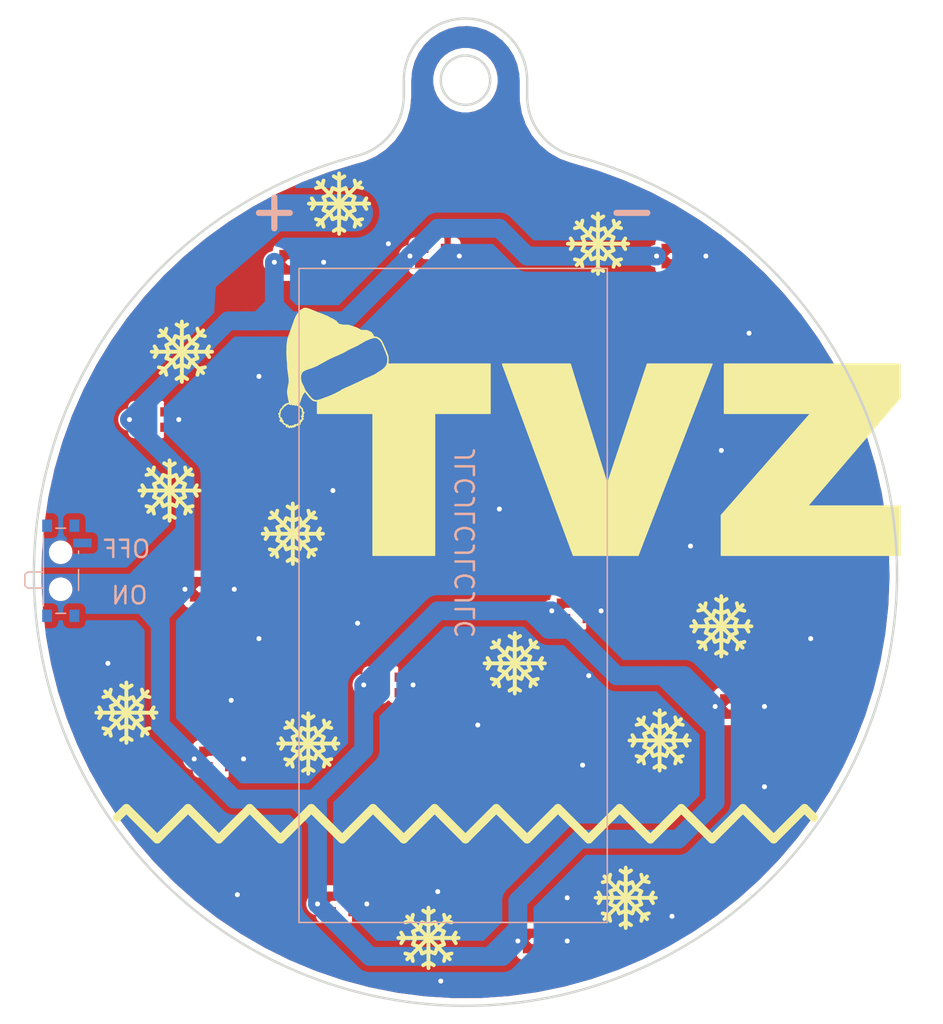
<source format=kicad_pcb>
(kicad_pcb (version 20171130) (host pcbnew "(5.1.10)-1")
  (layers (0 F.Cu signal) (31 B.Cu signal) (34 B.Paste user) (35 F.Paste user) (36 B.SilkS user) (37 F.SilkS user) (38 B.Mask user) (39 F.Mask user) (44 Edge.Cuts user))
  (net 0 "")
  (net 1 "Net-(D1-Pad1)")
  (net 2 "Net-(SW1-Pad3)")
  (net 3 VCC)
  (net 4 GND)
  (module TVZ_kuglica:ukras2 (layer F.Cu) (at 148.25 79 10)
    (fp_text reference G*** hide)
    (fp_text value LOGO hide)
  )
  (module TVZ_kuglica:kapa_1 (layer F.Cu) (at 125.25 82.5 25)
    (fp_text reference G*** hide)
    (fp_text value LOGO hide)
  )
  (module TVZ_kuglica:ukras1 (layer F.Cu) (at 114 82)
    (fp_text reference G*** hide)
    (fp_text value LOGO hide)
  )
  (module TVZ_kuglica:BAT-2xAAA-horizontalni_padovi (layer B.Cu) (at 136.5 101.75)
    (fp_text reference BT1 hide)
    (fp_text value 2xAAA)
    (pad 1 smd oval (at -10 -31 90) (size 3 6) (layers B.Cu B.Paste B.Mask) (net 3 VCC))
    (pad 2 smd oval (at 9 -31 270) (size 3 6) (layers B.Cu B.Paste B.Mask) (net 4 GND))
  )
  (module TVZ_kuglica:ukras1 (layer F.Cu) (at 150 126.25)
    (fp_text reference G*** hide)
    (fp_text value LOGO hide)
  )
  (module TVZ_kuglica:ukras1 (layer F.Cu) (at 134 129.5)
    (fp_text reference G*** hide)
    (fp_text value LOGO hide)
  )
  (module TVZ_kuglica:ukras1 (layer F.Cu) (at 147.75 73.25)
    (fp_text reference G*** hide)
    (fp_text value LOGO hide)
  )
  (module TVZ_kuglica:ukras3 (layer F.Cu) (at 137 68.75)
    (fp_text reference G*** hide)
    (fp_text value LOGO hide)
  )
  (module TVZ_kuglica:ukras1 (layer F.Cu) (at 152.75 113.5)
    (fp_text reference G*** hide)
    (fp_text value LOGO hide)
  )
  (module TVZ_kuglica:ukras1 (layer F.Cu) (at 157.75 104.25)
    (fp_text reference G*** hide)
    (fp_text value LOGO hide)
  )
  (module TVZ_kuglica:ukras1 (layer F.Cu) (at 141 107.25)
    (fp_text reference G*** hide)
    (fp_text value LOGO hide)
  )
  (module TVZ_kuglica:ukras1 (layer F.Cu) (at 124.25 113.75)
    (fp_text reference G*** hide)
    (fp_text value LOGO hide)
  )
  (module TVZ_kuglica:ukras1 (layer F.Cu) (at 109.5 111.25)
    (fp_text reference G*** hide)
    (fp_text value LOGO hide)
  )
  (module TVZ_kuglica:ukras1 (layer F.Cu) (at 123 96.75)
    (fp_text reference G*** hide)
    (fp_text value LOGO hide)
  )
  (module TVZ_kuglica:ukras1 (layer F.Cu) (at 113 93.25)
    (fp_text reference G*** hide)
    (fp_text value LOGO hide)
  )
  (module TVZ_kuglica:ukras1 (layer F.Cu) (at 126.75 70)
    (fp_text reference G*** hide)
    (fp_text value LOGO hide)
  )
  (module Button_Switch_SMD:SW_SPDT_PCM12 (layer B.Cu) (at 104.5 99.75 90)
    (fp_text reference SW1 hide)
    (fp_text value SW_SPDT)
    (pad "" np_thru_hole circle (at -1.5 -0.33 90) (size 0.9 0.9) (drill 0.9) (layers *.Cu *.Mask))
    (pad "" np_thru_hole circle (at 1.5 -0.33 90) (size 0.9 0.9) (drill 0.9) (layers *.Cu *.Mask))
    (pad 1 smd rect (at -2.25 1.43 90) (size 0.7 1.5) (layers B.Cu B.Paste B.Mask) (net 1 "Net-(D1-Pad1)"))
    (pad 2 smd rect (at 0.75 1.43 90) (size 0.7 1.5) (layers B.Cu B.Paste B.Mask) (net 3 VCC))
    (pad 3 smd rect (at 2.25 1.43 90) (size 0.7 1.5) (layers B.Cu B.Paste B.Mask) (net 2 "Net-(SW1-Pad3)"))
    (pad "" smd rect (at -3.65 -1.43 90) (size 1 0.8) (layers B.Cu B.Paste B.Mask))
    (pad "" smd rect (at 3.65 -1.43 90) (size 1 0.8) (layers B.Cu B.Paste B.Mask))
    (pad "" smd rect (at 3.65 0.78 90) (size 1 0.8) (layers B.Cu B.Paste B.Mask))
    (pad "" smd rect (at -3.65 0.78 90) (size 1 0.8) (layers B.Cu B.Paste B.Mask))
  )
  (module TVZ_kuglica:LED-0807 (layer F.Cu) (at 111.75 87.5)
    (fp_text reference D1 hide)
    (fp_text value RGB)
    (pad 1 smd rect (at -1.05 -0.625) (size 1.1 0.75) (layers F.Cu F.Paste F.Mask) (net 1 "Net-(D1-Pad1)"))
    (pad 2 smd rect (at 1.05 -0.625) (size 1.1 0.75) (layers F.Cu F.Paste F.Mask) (net 4 GND))
    (pad 1 smd rect (at -1.05 0.625) (size 1.1 0.75) (layers F.Cu F.Paste F.Mask) (net 1 "Net-(D1-Pad1)"))
    (pad 2 smd rect (at 1.05 0.625) (size 1.1 0.75) (layers F.Cu F.Paste F.Mask) (net 4 GND))
  )
  (module TVZ_kuglica:LED-0807 (layer F.Cu) (at 123.5 74.75)
    (fp_text reference D2 hide)
    (fp_text value RGB)
    (pad 2 smd rect (at 1.05 0.625) (size 1.1 0.75) (layers F.Cu F.Paste F.Mask) (net 4 GND))
    (pad 1 smd rect (at -1.05 0.625) (size 1.1 0.75) (layers F.Cu F.Paste F.Mask) (net 1 "Net-(D1-Pad1)"))
    (pad 2 smd rect (at 1.05 -0.625) (size 1.1 0.75) (layers F.Cu F.Paste F.Mask) (net 4 GND))
    (pad 1 smd rect (at -1.05 -0.625) (size 1.1 0.75) (layers F.Cu F.Paste F.Mask) (net 1 "Net-(D1-Pad1)"))
  )
  (module TVZ_kuglica:LED-0807 (layer F.Cu) (at 154.5 74.25)
    (fp_text reference D3 hide)
    (fp_text value RGB)
    (pad 1 smd rect (at -1.05 -0.625) (size 1.1 0.75) (layers F.Cu F.Paste F.Mask) (net 1 "Net-(D1-Pad1)"))
    (pad 2 smd rect (at 1.05 -0.625) (size 1.1 0.75) (layers F.Cu F.Paste F.Mask) (net 4 GND))
    (pad 1 smd rect (at -1.05 0.625) (size 1.1 0.75) (layers F.Cu F.Paste F.Mask) (net 1 "Net-(D1-Pad1)"))
    (pad 2 smd rect (at 1.05 0.625) (size 1.1 0.75) (layers F.Cu F.Paste F.Mask) (net 4 GND))
  )
  (module TVZ_kuglica:LED-0807 (layer F.Cu) (at 130.75 109)
    (fp_text reference D4 hide)
    (fp_text value RGB)
    (pad 2 smd rect (at 1.05 0.625) (size 1.1 0.75) (layers F.Cu F.Paste F.Mask) (net 4 GND))
    (pad 1 smd rect (at -1.05 0.625) (size 1.1 0.75) (layers F.Cu F.Paste F.Mask) (net 1 "Net-(D1-Pad1)"))
    (pad 2 smd rect (at 1.05 -0.625) (size 1.1 0.75) (layers F.Cu F.Paste F.Mask) (net 4 GND))
    (pad 1 smd rect (at -1.05 -0.625) (size 1.1 0.75) (layers F.Cu F.Paste F.Mask) (net 1 "Net-(D1-Pad1)"))
  )
  (module TVZ_kuglica:LED-0807 (layer F.Cu) (at 117 115)
    (fp_text reference D5 hide)
    (fp_text value RGB)
    (pad 1 smd rect (at -1.05 -0.625) (size 1.1 0.75) (layers F.Cu F.Paste F.Mask) (net 1 "Net-(D1-Pad1)"))
    (pad 2 smd rect (at 1.05 -0.625) (size 1.1 0.75) (layers F.Cu F.Paste F.Mask) (net 4 GND))
    (pad 1 smd rect (at -1.05 0.625) (size 1.1 0.75) (layers F.Cu F.Paste F.Mask) (net 1 "Net-(D1-Pad1)"))
    (pad 2 smd rect (at 1.05 0.625) (size 1.1 0.75) (layers F.Cu F.Paste F.Mask) (net 4 GND))
  )
  (module TVZ_kuglica:LED-0807 (layer F.Cu) (at 116.25 101.25)
    (fp_text reference D6 hide)
    (fp_text value RGB)
    (pad 2 smd rect (at 1.05 0.625) (size 1.1 0.75) (layers F.Cu F.Paste F.Mask) (net 4 GND))
    (pad 1 smd rect (at -1.05 0.625) (size 1.1 0.75) (layers F.Cu F.Paste F.Mask) (net 1 "Net-(D1-Pad1)"))
    (pad 2 smd rect (at 1.05 -0.625) (size 1.1 0.75) (layers F.Cu F.Paste F.Mask) (net 4 GND))
    (pad 1 smd rect (at -1.05 -0.625) (size 1.1 0.75) (layers F.Cu F.Paste F.Mask) (net 1 "Net-(D1-Pad1)"))
  )
  (module TVZ_kuglica:LED-0807 (layer F.Cu) (at 143.25 129.75)
    (fp_text reference D7 hide)
    (fp_text value RGB)
    (pad 1 smd rect (at -1.05 -0.625) (size 1.1 0.75) (layers F.Cu F.Paste F.Mask) (net 1 "Net-(D1-Pad1)"))
    (pad 2 smd rect (at 1.05 -0.625) (size 1.1 0.75) (layers F.Cu F.Paste F.Mask) (net 4 GND))
    (pad 1 smd rect (at -1.05 0.625) (size 1.1 0.75) (layers F.Cu F.Paste F.Mask) (net 1 "Net-(D1-Pad1)"))
    (pad 2 smd rect (at 1.05 0.625) (size 1.1 0.75) (layers F.Cu F.Paste F.Mask) (net 4 GND))
  )
  (module TVZ_kuglica:LED-0807 (layer F.Cu) (at 159.25 110.75)
    (fp_text reference D8 hide)
    (fp_text value RGB)
    (pad 2 smd rect (at 1.05 0.625) (size 1.1 0.75) (layers F.Cu F.Paste F.Mask) (net 4 GND))
    (pad 1 smd rect (at -1.05 0.625) (size 1.1 0.75) (layers F.Cu F.Paste F.Mask) (net 1 "Net-(D1-Pad1)"))
    (pad 2 smd rect (at 1.05 -0.625) (size 1.1 0.75) (layers F.Cu F.Paste F.Mask) (net 4 GND))
    (pad 1 smd rect (at -1.05 -0.625) (size 1.1 0.75) (layers F.Cu F.Paste F.Mask) (net 1 "Net-(D1-Pad1)"))
  )
  (module TVZ_kuglica:LED-0807 (layer F.Cu) (at 134.5 74.25)
    (fp_text reference D9 hide)
    (fp_text value RGB)
    (pad 1 smd rect (at -1.05 -0.625) (size 1.1 0.75) (layers F.Cu F.Paste F.Mask) (net 1 "Net-(D1-Pad1)"))
    (pad 2 smd rect (at 1.05 -0.625) (size 1.1 0.75) (layers F.Cu F.Paste F.Mask) (net 4 GND))
    (pad 1 smd rect (at -1.05 0.625) (size 1.1 0.75) (layers F.Cu F.Paste F.Mask) (net 1 "Net-(D1-Pad1)"))
    (pad 2 smd rect (at 1.05 0.625) (size 1.1 0.75) (layers F.Cu F.Paste F.Mask) (net 4 GND))
  )
  (module TVZ_kuglica:LED-0807 (layer F.Cu) (at 146 103)
    (fp_text reference D10 hide)
    (fp_text value RGB)
    (pad 2 smd rect (at 1.05 0.625) (size 1.1 0.75) (layers F.Cu F.Paste F.Mask) (net 4 GND))
    (pad 1 smd rect (at -1.05 0.625) (size 1.1 0.75) (layers F.Cu F.Paste F.Mask) (net 1 "Net-(D1-Pad1)"))
    (pad 2 smd rect (at 1.05 -0.625) (size 1.1 0.75) (layers F.Cu F.Paste F.Mask) (net 4 GND))
    (pad 1 smd rect (at -1.05 -0.625) (size 1.1 0.75) (layers F.Cu F.Paste F.Mask) (net 1 "Net-(D1-Pad1)"))
  )
  (module TVZ_kuglica:LED-0807 (layer F.Cu) (at 127 126.75)
    (fp_text reference D11 hide)
    (fp_text value RGB)
    (pad 1 smd rect (at -1.05 -0.625) (size 1.1 0.75) (layers F.Cu F.Paste F.Mask) (net 1 "Net-(D1-Pad1)"))
    (pad 2 smd rect (at 1.05 -0.625) (size 1.1 0.75) (layers F.Cu F.Paste F.Mask) (net 4 GND))
    (pad 1 smd rect (at -1.05 0.625) (size 1.1 0.75) (layers F.Cu F.Paste F.Mask) (net 1 "Net-(D1-Pad1)"))
    (pad 2 smd rect (at 1.05 0.625) (size 1.1 0.75) (layers F.Cu F.Paste F.Mask) (net 4 GND))
  )
  (gr_line (start 122.58 86.2) (end 122.73 86.21) (layer F.SilkS) (width 0.12))
  (gr_line (start 122.51 86.26) (end 122.58 86.2) (layer F.SilkS) (width 0.12))
  (gr_line (start 122.37 86.29) (end 122.51 86.26) (layer F.SilkS) (width 0.12))
  (gr_line (start 122.4 86.34) (end 122.37 86.29) (layer F.SilkS) (width 0.12))
  (gr_line (start 122.22 86.43) (end 122.4 86.34) (layer F.SilkS) (width 0.12))
  (gr_line (start 122.23 86.48) (end 122.22 86.43) (layer F.SilkS) (width 0.12))
  (gr_line (start 122.13 86.59) (end 122.23 86.48) (layer F.SilkS) (width 0.12))
  (gr_line (start 122.03 86.7) (end 122.13 86.59) (layer F.SilkS) (width 0.12))
  (gr_line (start 121.98 86.8) (end 122.03 86.7) (layer F.SilkS) (width 0.12))
  (gr_line (start 121.95 86.98) (end 121.98 86.8) (layer F.SilkS) (width 0.12))
  (gr_line (start 121.87 87.04) (end 121.95 86.98) (layer F.SilkS) (width 0.12))
  (gr_line (start 121.94 87.09) (end 121.87 87.04) (layer F.SilkS) (width 0.12))
  (gr_line (start 121.91 87.22) (end 121.94 87.09) (layer F.SilkS) (width 0.12))
  (gr_line (start 121.95 87.33) (end 121.91 87.22) (layer F.SilkS) (width 0.12))
  (gr_line (start 122.07 87.39) (end 121.95 87.33) (layer F.SilkS) (width 0.12))
  (gr_line (start 121.97 87.58) (end 122.07 87.39) (layer F.SilkS) (width 0.12))
  (gr_line (start 122.11 87.52) (end 121.97 87.58) (layer F.SilkS) (width 0.12))
  (gr_line (start 122.06 87.66) (end 122.11 87.52) (layer F.SilkS) (width 0.12))
  (gr_line (start 122.18 87.61) (end 122.06 87.66) (layer F.SilkS) (width 0.12))
  (gr_line (start 122.21 87.78) (end 122.18 87.61) (layer F.SilkS) (width 0.12))
  (gr_line (start 122.31 87.86) (end 122.21 87.78) (layer F.SilkS) (width 0.12))
  (gr_line (start 122.45 87.92) (end 122.31 87.86) (layer F.SilkS) (width 0.12))
  (gr_line (start 122.5 88.07) (end 122.45 87.92) (layer F.SilkS) (width 0.12))
  (gr_line (start 122.58 87.96) (end 122.5 88.07) (layer F.SilkS) (width 0.12))
  (gr_line (start 122.64 88.06) (end 122.58 87.96) (layer F.SilkS) (width 0.12))
  (gr_line (start 122.72 88.14) (end 122.64 88.06) (layer F.SilkS) (width 0.12))
  (gr_line (start 122.81 88.03) (end 122.72 88.14) (layer F.SilkS) (width 0.12))
  (gr_line (start 122.89 88.13) (end 122.81 88.03) (layer F.SilkS) (width 0.12))
  (gr_line (start 122.93 88.03) (end 122.89 88.13) (layer F.SilkS) (width 0.12))
  (gr_line (start 123.05 88.1) (end 122.93 88.03) (layer F.SilkS) (width 0.12))
  (gr_line (start 123.07 88) (end 123.05 88.1) (layer F.SilkS) (width 0.12))
  (gr_line (start 123.17 88.04) (end 123.07 88) (layer F.SilkS) (width 0.12))
  (gr_line (start 123.17 87.93) (end 123.17 88.04) (layer F.SilkS) (width 0.12))
  (gr_line (start 123.29 87.93) (end 123.17 87.93) (layer F.SilkS) (width 0.12))
  (gr_line (start 123.41 87.93) (end 123.29 87.93) (layer F.SilkS) (width 0.12))
  (gr_line (start 123.42 87.85) (end 123.41 87.93) (layer F.SilkS) (width 0.12))
  (gr_line (start 123.48 87.84) (end 123.42 87.85) (layer F.SilkS) (width 0.12))
  (gr_line (start 123.58 87.85) (end 123.48 87.84) (layer F.SilkS) (width 0.12))
  (gr_line (start 123.54 87.74) (end 123.58 87.85) (layer F.SilkS) (width 0.12))
  (gr_line (start 123.6 87.7) (end 123.54 87.74) (layer F.SilkS) (width 0.12))
  (gr_line (start 123.6 87.57) (end 123.6 87.7) (layer F.SilkS) (width 0.12))
  (gr_line (start 123.7 87.63) (end 123.6 87.57) (layer F.SilkS) (width 0.12))
  (gr_line (start 123.71 87.56) (end 123.7 87.63) (layer F.SilkS) (width 0.12))
  (gr_line (start 123.76 87.47) (end 123.71 87.56) (layer F.SilkS) (width 0.12))
  (gr_line (start 123.83 87.46) (end 123.76 87.47) (layer F.SilkS) (width 0.12))
  (gr_line (start 123.79 87.4) (end 123.83 87.46) (layer F.SilkS) (width 0.12))
  (gr_line (start 123.72 87.23) (end 123.79 87.4) (layer F.SilkS) (width 0.12))
  (gr_line (start 123.84 87.24) (end 123.72 87.23) (layer F.SilkS) (width 0.12))
  (gr_line (start 123.8 87.17) (end 123.84 87.24) (layer F.SilkS) (width 0.12))
  (gr_line (start 123.79 87.08) (end 123.8 87.17) (layer F.SilkS) (width 0.12))
  (gr_line (start 123.84 87.07) (end 123.79 87.08) (layer F.SilkS) (width 0.12))
  (gr_line (start 123.83 86.99) (end 123.84 87.07) (layer F.SilkS) (width 0.12))
  (gr_line (start 123.89 86.93) (end 123.83 86.99) (layer F.SilkS) (width 0.12))
  (gr_line (start 123.82 86.91) (end 123.89 86.93) (layer F.SilkS) (width 0.12))
  (gr_line (start 123.78 86.85) (end 123.82 86.91) (layer F.SilkS) (width 0.12))
  (gr_line (start 123.78 86.78) (end 123.78 86.85) (layer F.SilkS) (width 0.12))
  (gr_line (start 123.77 86.69) (end 123.78 86.78) (layer F.SilkS) (width 0.12))
  (gr_line (start 123.75 86.6) (end 123.77 86.69) (layer F.SilkS) (width 0.12))
  (gr_line (start 123.64 86.54) (end 123.75 86.6) (layer F.SilkS) (width 0.12))
  (gr_line (start 123.6 86.44) (end 123.64 86.54) (layer F.SilkS) (width 0.12))
  (gr_line (start 123.46 86.37) (end 123.6 86.44) (layer F.SilkS) (width 0.12))
  (gr_line (start 123.39 86.34) (end 123.46 86.37) (layer F.SilkS) (width 0.12))
  (gr_line (start 123.34 86.27) (end 123.39 86.34) (layer F.SilkS) (width 0.12))
  (gr_line (start 123.2 86.32) (end 123.34 86.27) (layer F.SilkS) (width 0.12))
  (gr_line (start 123.13 86.25) (end 123.2 86.32) (layer F.SilkS) (width 0.12))
  (gr_line (start 123 86.29) (end 123.13 86.25) (layer F.SilkS) (width 0.12))
  (gr_line (start 122.91 86.22) (end 123 86.29) (layer F.SilkS) (width 0.12))
  (gr_line (start 122.81 86.26) (end 122.91 86.22) (layer F.SilkS) (width 0.12))
  (gr_line (start 122.73 86.21) (end 122.81 86.26) (layer F.SilkS) (width 0.12))
  (gr_line (start 122.72 86.03) (end 122.73 86.21) (layer F.SilkS) (width 0.12))
  (gr_line (start 122.67 85.81) (end 122.72 86.03) (layer F.SilkS) (width 0.12))
  (gr_line (start 122.62 85.53) (end 122.67 85.81) (layer F.SilkS) (width 0.12))
  (gr_line (start 122.59 85.35) (end 122.62 85.53) (layer F.SilkS) (width 0.12))
  (gr_line (start 122.59 85.18) (end 122.59 85.35) (layer F.SilkS) (width 0.12))
  (gr_line (start 122.63 84.94) (end 122.59 85.18) (layer F.SilkS) (width 0.12))
  (gr_line (start 122.67 84.74) (end 122.63 84.94) (layer F.SilkS) (width 0.12))
  (gr_line (start 122.72 84.48) (end 122.67 84.74) (layer F.SilkS) (width 0.12))
  (gr_line (start 122.72 84.25) (end 122.72 84.48) (layer F.SilkS) (width 0.12))
  (gr_line (start 122.69 84) (end 122.72 84.25) (layer F.SilkS) (width 0.12))
  (gr_line (start 122.64 83.64) (end 122.69 84) (layer F.SilkS) (width 0.12))
  (gr_line (start 122.6 83.33) (end 122.64 83.64) (layer F.SilkS) (width 0.12))
  (gr_line (start 122.58 82.85) (end 122.6 83.33) (layer F.SilkS) (width 0.12))
  (gr_line (start 122.56 82.68) (end 122.58 82.85) (layer F.SilkS) (width 0.12))
  (gr_line (start 122.54 82.31) (end 122.56 82.68) (layer F.SilkS) (width 0.12))
  (gr_line (start 122.53 82.09) (end 122.54 82.31) (layer F.SilkS) (width 0.12))
  (gr_line (start 122.54 81.69) (end 122.53 82.09) (layer F.SilkS) (width 0.12))
  (gr_line (start 122.54 81.5) (end 122.54 81.69) (layer F.SilkS) (width 0.12))
  (gr_line (start 122.58 81.2) (end 122.54 81.5) (layer F.SilkS) (width 0.12))
  (gr_line (start 122.62 80.95) (end 122.58 81.2) (layer F.SilkS) (width 0.12))
  (gr_line (start 122.75 80.57) (end 122.62 80.95) (layer F.SilkS) (width 0.12))
  (gr_line (start 122.85 80.31) (end 122.75 80.57) (layer F.SilkS) (width 0.12))
  (gr_line (start 122.99 79.91) (end 122.85 80.31) (layer F.SilkS) (width 0.12))
  (gr_line (start 123.06 79.72) (end 122.99 79.91) (layer F.SilkS) (width 0.12))
  (gr_line (start 123.15 79.45) (end 123.06 79.72) (layer F.SilkS) (width 0.12))
  (gr_line (start 123.25 79.22) (end 123.15 79.45) (layer F.SilkS) (width 0.12))
  (gr_line (start 123.34 79.05) (end 123.25 79.22) (layer F.SilkS) (width 0.12))
  (gr_line (start 123.46 78.88) (end 123.34 79.05) (layer F.SilkS) (width 0.12))
  (gr_line (start 123.56 78.77) (end 123.46 78.88) (layer F.SilkS) (width 0.12))
  (gr_line (start 123.65 78.66) (end 123.56 78.77) (layer F.SilkS) (width 0.12))
  (gr_line (start 123.78 78.58) (end 123.65 78.66) (layer F.SilkS) (width 0.12))
  (gr_line (start 123.88 78.52) (end 123.78 78.58) (layer F.SilkS) (width 0.12))
  (gr_line (start 123.97 78.5) (end 123.88 78.52) (layer F.SilkS) (width 0.12))
  (gr_line (start 124.06 78.5) (end 123.97 78.5) (layer F.SilkS) (width 0.12))
  (gr_line (start 124.21 78.53) (end 124.06 78.5) (layer F.SilkS) (width 0.12))
  (gr_line (start 124.43 78.61) (end 124.21 78.53) (layer F.SilkS) (width 0.12))
  (gr_line (start 124.6 78.68) (end 124.43 78.61) (layer F.SilkS) (width 0.12))
  (gr_line (start 124.8 78.76) (end 124.6 78.68) (layer F.SilkS) (width 0.12))
  (gr_line (start 125 78.85) (end 124.8 78.76) (layer F.SilkS) (width 0.12))
  (gr_line (start 125.32 78.96) (end 125 78.85) (layer F.SilkS) (width 0.12))
  (gr_line (start 125.53 79.05) (end 125.32 78.96) (layer F.SilkS) (width 0.12))
  (gr_line (start 125.78 79.15) (end 125.53 79.05) (layer F.SilkS) (width 0.12))
  (gr_line (start 126.01 79.28) (end 125.78 79.15) (layer F.SilkS) (width 0.12))
  (gr_line (start 126.22 79.38) (end 126.01 79.28) (layer F.SilkS) (width 0.12))
  (gr_line (start 126.38 79.47) (end 126.22 79.38) (layer F.SilkS) (width 0.12))
  (gr_line (start 126.49 79.54) (end 126.38 79.47) (layer F.SilkS) (width 0.12))
  (gr_line (start 126.62 79.7) (end 126.49 79.54) (layer F.SilkS) (width 0.12))
  (gr_line (start 126.69 79.77) (end 126.62 79.7) (layer F.SilkS) (width 0.12))
  (gr_line (start 126.77 79.8) (end 126.69 79.77) (layer F.SilkS) (width 0.12))
  (gr_line (start 126.9 79.83) (end 126.77 79.8) (layer F.SilkS) (width 0.12))
  (gr_line (start 127.02 79.86) (end 126.9 79.83) (layer F.SilkS) (width 0.12))
  (gr_line (start 127.18 79.87) (end 127.02 79.86) (layer F.SilkS) (width 0.12))
  (gr_line (start 127.38 79.87) (end 127.18 79.87) (layer F.SilkS) (width 0.12))
  (gr_line (start 127.49 79.87) (end 127.38 79.87) (layer F.SilkS) (width 0.12))
  (gr_line (start 128.16 80.09) (end 127.49 79.87) (layer F.SilkS) (width 0.12))
  (gr_line (start 128.28 80.15) (end 128.16 80.09) (layer F.SilkS) (width 0.12))
  (gr_line (start 128.4 80.22) (end 128.28 80.15) (layer F.SilkS) (width 0.12))
  (gr_line (start 128.52 80.29) (end 128.4 80.22) (layer F.SilkS) (width 0.12))
  (gr_line (start 128.64 80.29) (end 128.52 80.29) (layer F.SilkS) (width 0.12))
  (gr_line (start 128.95 80.3) (end 128.64 80.29) (layer F.SilkS) (width 0.12))
  (gr_line (start 129.08 80.33) (end 128.95 80.3) (layer F.SilkS) (width 0.12))
  (gr_line (start 129.26 80.42) (end 129.08 80.33) (layer F.SilkS) (width 0.12))
  (gr_line (start 129.34 80.46) (end 129.26 80.42) (layer F.SilkS) (width 0.12))
  (gr_line (start 129.41 80.55) (end 129.34 80.46) (layer F.SilkS) (width 0.12))
  (gr_line (start 129.47 80.62) (end 129.41 80.55) (layer F.SilkS) (width 0.12))
  (gr_line (start 129.52 80.73) (end 129.47 80.62) (layer F.SilkS) (width 0.12))
  (gr_line (start 129.56 80.84) (end 129.52 80.73) (layer F.SilkS) (width 0.12))
  (gr_line (start 123.95 85.1) (end 124.04 85.25) (layer F.SilkS) (width 0.12))
  (gr_line (start 123.87 84.92) (end 123.95 85.1) (layer F.SilkS) (width 0.12))
  (gr_line (start 123.82 84.8) (end 123.87 84.92) (layer F.SilkS) (width 0.12))
  (gr_line (start 123.74 84.64) (end 123.82 84.8) (layer F.SilkS) (width 0.12))
  (gr_line (start 123.68 84.5) (end 123.74 84.64) (layer F.SilkS) (width 0.12))
  (gr_line (start 123.64 84.39) (end 123.68 84.5) (layer F.SilkS) (width 0.12))
  (gr_line (start 123.62 84.26) (end 123.64 84.39) (layer F.SilkS) (width 0.12))
  (gr_line (start 123.61 84.11) (end 123.62 84.26) (layer F.SilkS) (width 0.12))
  (gr_line (start 123.61 83.95) (end 123.61 84.11) (layer F.SilkS) (width 0.12))
  (gr_line (start 123.62 83.87) (end 123.61 83.95) (layer F.SilkS) (width 0.12))
  (gr_line (start 123.67 83.77) (end 123.62 83.87) (layer F.SilkS) (width 0.12))
  (gr_line (start 123.7 83.69) (end 123.67 83.77) (layer F.SilkS) (width 0.12))
  (gr_line (start 123.76 83.6) (end 123.7 83.69) (layer F.SilkS) (width 0.12))
  (gr_line (start 123.86 83.53) (end 123.76 83.6) (layer F.SilkS) (width 0.12))
  (gr_line (start 123.98 83.47) (end 123.86 83.53) (layer F.SilkS) (width 0.12))
  (gr_line (start 124.17 83.39) (end 123.98 83.47) (layer F.SilkS) (width 0.12))
  (gr_line (start 124.52 83.28) (end 124.17 83.39) (layer F.SilkS) (width 0.12))
  (gr_line (start 124.99 83.08) (end 124.52 83.28) (layer F.SilkS) (width 0.12))
  (gr_line (start 125.19 82.96) (end 124.99 83.08) (layer F.SilkS) (width 0.12))
  (gr_line (start 125.44 82.82) (end 125.19 82.96) (layer F.SilkS) (width 0.12))
  (gr_line (start 125.64 82.71) (end 125.44 82.82) (layer F.SilkS) (width 0.12))
  (gr_line (start 125.96 82.52) (end 125.64 82.71) (layer F.SilkS) (width 0.12))
  (gr_line (start 126.16 82.45) (end 125.96 82.52) (layer F.SilkS) (width 0.12))
  (gr_line (start 126.38 82.34) (end 126.16 82.45) (layer F.SilkS) (width 0.12))
  (gr_line (start 126.59 82.26) (end 126.38 82.34) (layer F.SilkS) (width 0.12))
  (gr_line (start 126.87 82.13) (end 126.59 82.26) (layer F.SilkS) (width 0.12))
  (gr_line (start 127.08 82.04) (end 126.87 82.13) (layer F.SilkS) (width 0.12))
  (gr_line (start 127.28 81.92) (end 127.08 82.04) (layer F.SilkS) (width 0.12))
  (gr_line (start 127.52 81.79) (end 127.28 81.92) (layer F.SilkS) (width 0.12))
  (gr_line (start 127.73 81.69) (end 127.52 81.79) (layer F.SilkS) (width 0.12))
  (gr_line (start 127.96 81.59) (end 127.73 81.69) (layer F.SilkS) (width 0.12))
  (gr_line (start 128.16 81.49) (end 127.96 81.59) (layer F.SilkS) (width 0.12))
  (gr_line (start 128.37 81.37) (end 128.16 81.49) (layer F.SilkS) (width 0.12))
  (gr_line (start 128.56 81.27) (end 128.37 81.37) (layer F.SilkS) (width 0.12))
  (gr_line (start 128.75 81.15) (end 128.56 81.27) (layer F.SilkS) (width 0.12))
  (gr_line (start 128.86 81.1) (end 128.75 81.15) (layer F.SilkS) (width 0.12))
  (gr_line (start 128.94 81.04) (end 128.86 81.1) (layer F.SilkS) (width 0.12))
  (gr_line (start 129.06 81.01) (end 128.94 81.04) (layer F.SilkS) (width 0.12))
  (gr_line (start 129.14 80.96) (end 129.06 81.01) (layer F.SilkS) (width 0.12))
  (gr_line (start 129.25 80.93) (end 129.14 80.96) (layer F.SilkS) (width 0.12))
  (gr_line (start 129.36 80.89) (end 129.25 80.93) (layer F.SilkS) (width 0.12))
  (gr_line (start 129.45 80.86) (end 129.36 80.89) (layer F.SilkS) (width 0.12))
  (gr_line (start 129.56 80.83) (end 129.45 80.86) (layer F.SilkS) (width 0.12))
  (gr_line (start 129.63 80.83) (end 129.56 80.83) (layer F.SilkS) (width 0.12))
  (gr_line (start 129.76 80.84) (end 129.63 80.83) (layer F.SilkS) (width 0.12))
  (gr_line (start 129.85 80.87) (end 129.76 80.84) (layer F.SilkS) (width 0.12))
  (gr_line (start 129.91 80.91) (end 129.85 80.87) (layer F.SilkS) (width 0.12))
  (gr_line (start 130 80.96) (end 129.91 80.91) (layer F.SilkS) (width 0.12))
  (gr_line (start 130.08 81.04) (end 130 80.96) (layer F.SilkS) (width 0.12))
  (gr_line (start 130.13 81.08) (end 130.08 81.04) (layer F.SilkS) (width 0.12))
  (gr_line (start 130.21 81.21) (end 130.13 81.08) (layer F.SilkS) (width 0.12))
  (gr_line (start 130.29 81.37) (end 130.21 81.21) (layer F.SilkS) (width 0.12))
  (gr_line (start 130.38 81.58) (end 130.29 81.37) (layer F.SilkS) (width 0.12))
  (gr_line (start 130.43 81.68) (end 130.38 81.58) (layer F.SilkS) (width 0.12))
  (gr_line (start 130.5 81.87) (end 130.43 81.68) (layer F.SilkS) (width 0.12))
  (gr_line (start 130.57 82.02) (end 130.5 81.87) (layer F.SilkS) (width 0.12))
  (gr_line (start 130.62 82.17) (end 130.57 82.02) (layer F.SilkS) (width 0.12))
  (gr_line (start 130.69 82.34) (end 130.62 82.17) (layer F.SilkS) (width 0.12))
  (gr_line (start 130.71 82.51) (end 130.69 82.34) (layer F.SilkS) (width 0.12))
  (gr_line (start 130.72 82.7) (end 130.71 82.51) (layer F.SilkS) (width 0.12))
  (gr_line (start 130.7 82.87) (end 130.72 82.7) (layer F.SilkS) (width 0.12))
  (gr_line (start 130.66 83.03) (end 130.7 82.87) (layer F.SilkS) (width 0.12))
  (gr_line (start 130.61 83.14) (end 130.66 83.03) (layer F.SilkS) (width 0.12))
  (gr_line (start 130.54 83.24) (end 130.61 83.14) (layer F.SilkS) (width 0.12))
  (gr_line (start 130.39 83.41) (end 130.54 83.24) (layer F.SilkS) (width 0.12))
  (gr_line (start 130.19 83.55) (end 130.39 83.41) (layer F.SilkS) (width 0.12))
  (gr_line (start 129.94 83.7) (end 130.19 83.55) (layer F.SilkS) (width 0.12))
  (gr_line (start 129.81 83.8) (end 129.94 83.7) (layer F.SilkS) (width 0.12))
  (gr_line (start 129.59 83.92) (end 129.81 83.8) (layer F.SilkS) (width 0.12))
  (gr_line (start 129.38 84.01) (end 129.59 83.92) (layer F.SilkS) (width 0.12))
  (gr_line (start 129.15 84.12) (end 129.38 84.01) (layer F.SilkS) (width 0.12))
  (gr_line (start 128.86 84.24) (end 129.15 84.12) (layer F.SilkS) (width 0.12))
  (gr_line (start 128.57 84.41) (end 128.86 84.24) (layer F.SilkS) (width 0.12))
  (gr_line (start 128.3 84.56) (end 128.57 84.41) (layer F.SilkS) (width 0.12))
  (gr_line (start 128 84.68) (end 128.3 84.56) (layer F.SilkS) (width 0.12))
  (gr_line (start 127.73 84.8) (end 128 84.68) (layer F.SilkS) (width 0.12))
  (gr_line (start 127.39 84.93) (end 127.73 84.8) (layer F.SilkS) (width 0.12))
  (gr_line (start 127.21 85.01) (end 127.39 84.93) (layer F.SilkS) (width 0.12))
  (gr_line (start 126.98 85.12) (end 127.21 85.01) (layer F.SilkS) (width 0.12))
  (gr_line (start 126.85 85.22) (end 126.98 85.12) (layer F.SilkS) (width 0.12))
  (gr_line (start 126.58 85.36) (end 126.85 85.22) (layer F.SilkS) (width 0.12))
  (gr_line (start 126.3 85.5) (end 126.58 85.36) (layer F.SilkS) (width 0.12))
  (gr_line (start 125.99 85.63) (end 126.3 85.5) (layer F.SilkS) (width 0.12))
  (gr_line (start 125.63 85.76) (end 125.99 85.63) (layer F.SilkS) (width 0.12))
  (gr_line (start 125.37 85.86) (end 125.63 85.76) (layer F.SilkS) (width 0.12))
  (gr_line (start 125.23 85.91) (end 125.37 85.86) (layer F.SilkS) (width 0.12))
  (gr_line (start 125.1 85.95) (end 125.23 85.91) (layer F.SilkS) (width 0.12))
  (gr_line (start 124.94 85.97) (end 125.1 85.95) (layer F.SilkS) (width 0.12))
  (gr_line (start 124.84 85.98) (end 124.94 85.97) (layer F.SilkS) (width 0.12))
  (gr_line (start 124.75 85.96) (end 124.84 85.98) (layer F.SilkS) (width 0.12))
  (gr_line (start 124.66 85.93) (end 124.75 85.96) (layer F.SilkS) (width 0.12))
  (gr_line (start 124.61 85.89) (end 124.66 85.93) (layer F.SilkS) (width 0.12))
  (gr_line (start 124.52 85.82) (end 124.61 85.89) (layer F.SilkS) (width 0.12))
  (gr_line (start 124.43 85.73) (end 124.52 85.82) (layer F.SilkS) (width 0.12))
  (gr_line (start 124.35 85.64) (end 124.43 85.73) (layer F.SilkS) (width 0.12))
  (gr_line (start 124.25 85.52) (end 124.35 85.64) (layer F.SilkS) (width 0.12))
  (gr_line (start 124.16 85.41) (end 124.25 85.52) (layer F.SilkS) (width 0.12))
  (gr_line (start 124.11 85.33) (end 124.16 85.41) (layer F.SilkS) (width 0.12))
  (gr_line (start 124.04 85.25) (end 124.11 85.33) (layer F.SilkS) (width 0.12))
  (gr_line (start 123.99 85.22) (end 124.04 85.25) (layer F.SilkS) (width 0.12))
  (gr_line (start 123.94 85.24) (end 123.99 85.22) (layer F.SilkS) (width 0.12))
  (gr_line (start 123.88 85.31) (end 123.94 85.24) (layer F.SilkS) (width 0.12))
  (gr_line (start 123.83 85.39) (end 123.88 85.31) (layer F.SilkS) (width 0.12))
  (gr_line (start 123.77 85.46) (end 123.83 85.39) (layer F.SilkS) (width 0.12))
  (gr_line (start 123.72 85.59) (end 123.77 85.46) (layer F.SilkS) (width 0.12))
  (gr_line (start 123.66 85.73) (end 123.72 85.59) (layer F.SilkS) (width 0.12))
  (gr_line (start 123.61 85.88) (end 123.66 85.73) (layer F.SilkS) (width 0.12))
  (gr_line (start 123.57 85.99) (end 123.61 85.88) (layer F.SilkS) (width 0.12))
  (gr_line (start 123.53 86.11) (end 123.57 85.99) (layer F.SilkS) (width 0.12))
  (gr_line (start 123.48 86.22) (end 123.53 86.11) (layer F.SilkS) (width 0.12))
  (gr_line (start 123.39 86.33) (end 123.48 86.22) (layer F.SilkS) (width 0.12))
  (gr_line (start 157 121.5) (end 154.5 119) (layer F.SilkS) (width 0.7))
  (gr_line (start 122 121.5) (end 119.5 119) (layer F.SilkS) (width 0.7))
  (gr_line (start 117 121.5) (end 114.5 119) (layer F.SilkS) (width 0.7))
  (gr_line (start 129.5 119) (end 127 121.5) (layer F.SilkS) (width 0.7))
  (gr_line (start 137 121.5) (end 134.5 119) (layer F.SilkS) (width 0.7))
  (gr_line (start 112 121.5) (end 109.5 119) (layer F.SilkS) (width 0.7))
  (gr_line (start 139.5 119) (end 137 121.5) (layer F.SilkS) (width 0.7))
  (gr_line (start 134.5 119) (end 132 121.5) (layer F.SilkS) (width 0.7))
  (gr_line (start 152 121.5) (end 149.5 119) (layer F.SilkS) (width 0.7))
  (gr_line (start 109.5 119) (end 108.75 119.75) (layer F.SilkS) (width 0.7))
  (gr_line (start 147 121.5) (end 144.5 119) (layer F.SilkS) (width 0.7))
  (gr_line (start 154.5 119) (end 152 121.5) (layer F.SilkS) (width 0.7))
  (gr_line (start 165.25 119.75) (end 164.5 119) (layer F.SilkS) (width 0.7))
  (gr_line (start 127 121.5) (end 124.5 119) (layer F.SilkS) (width 0.7))
  (gr_line (start 162 121.5) (end 159.5 119) (layer F.SilkS) (width 0.7))
  (gr_line (start 114.5 119) (end 112 121.5) (layer F.SilkS) (width 0.7))
  (gr_line (start 159.5 119) (end 157 121.5) (layer F.SilkS) (width 0.7))
  (gr_line (start 149.5 119) (end 147 121.5) (layer F.SilkS) (width 0.7))
  (gr_line (start 119.5 119) (end 117 121.5) (layer F.SilkS) (width 0.7))
  (gr_line (start 142 121.5) (end 139.5 119) (layer F.SilkS) (width 0.7))
  (gr_line (start 124.5 119) (end 122 121.5) (layer F.SilkS) (width 0.7))
  (gr_line (start 144.5 119) (end 142 121.5) (layer F.SilkS) (width 0.7))
  (gr_line (start 132 121.5) (end 129.5 119) (layer F.SilkS) (width 0.7))
  (gr_line (start 164.5 119) (end 162 121.5) (layer F.SilkS) (width 0.7))
  (gr_poly (pts (xy 172.25 85.75) (xy 164.75 94.5) (xy 172.25 94.5) (xy 172.25 98.5) (xy 157.75 98.5) (xy 157.75 95.25) (xy 165 87) (xy 158 87) (xy 158 83) (xy 172.25 83)) (layer F.SilkS) (width 0.1))
  (gr_poly (pts (xy 148.5 92.75) (xy 151.75 83) (xy 157 83) (xy 151 98.5) (xy 145.75 98.5) (xy 140 83) (xy 145.5 83)) (layer F.SilkS) (width 0.1))
  (gr_poly (pts (xy 139 87) (xy 134.5 87) (xy 134.5 98.5) (xy 129.5 98.5) (xy 129.5 87) (xy 125 87) (xy 125 86.753839) (xy 125 86) (xy 125.75 85.75) (xy 126.58 85.36) (xy 127.39 84.93) (xy 128.86 84.24) (xy 129.59 83.92) (xy 129.94 83.7) (xy 130.25 83.5) (xy 130.54 83.24) (xy 130.75 83) (xy 139 83)) (layer F.SilkS) (width 0.1))
  (gr_line (start 132 61.270167) (end 132 60) (layer Edge.Cuts) (width 0.2))
  (gr_arc (start 147 61.270167) (end 142 61.270167) (angle -75.52248781) (layer Edge.Cuts) (width 0.2))
  (gr_arc (start 137 60) (end 142 60) (angle -180) (layer Edge.Cuts) (width 0.2))
  (gr_arc (start 137 100) (end 128.249999 66.111396) (angle -331.0449756) (layer Edge.Cuts) (width 0.2))
  (gr_arc (start 126.999999 61.270167) (end 128.249999 66.111396) (angle -75.52248781) (layer Edge.Cuts) (width 0.2))
  (gr_line (start 142 60) (end 142 61.270167) (layer Edge.Cuts) (width 0.2))
  (gr_text ON (at 109.75 101.75) (layer B.SilkS) (effects (font (size 1.4 1.4) (thickness 0.2)) (justify mirror)))
  (gr_text OFF (at 109.5 98) (layer B.SilkS) (effects (font (size 1.4 1.4) (thickness 0.2)) (justify mirror)))
  (gr_text JLCJLCJLCJLC (at 137 97.5 90) (layer B.SilkS) (effects (font (size 1.5 1.5) (thickness 0.2)) (justify mirror)))
  (gr_circle (center 137 60) (end 139 60) (layer Edge.Cuts) (width 0.2))
  (via (at 144 103) (size 0.8) (drill 0.4) (layers F.Cu B.Cu) (net 1))
  (via (at 157.25 110.75) (size 0.8) (drill 0.4) (layers F.Cu B.Cu) (net 1))
  (via (at 141.25 129.75) (size 0.8) (drill 0.4) (layers F.Cu B.Cu) (net 1))
  (via (at 109.75 87.5) (size 0.8) (drill 0.4) (layers F.Cu B.Cu) (net 1))
  (via (at 121.5 74.75) (size 0.8) (drill 0.4) (layers F.Cu B.Cu) (net 1))
  (via (at 132.5 74.25) (size 0.8) (drill 0.4) (layers F.Cu B.Cu) (net 1))
  (via (at 152.5 74.25) (size 0.8) (drill 0.4) (layers F.Cu B.Cu) (net 1))
  (via (at 128.75 109) (size 0.8) (drill 0.4) (layers F.Cu B.Cu) (net 1))
  (via (at 114.25 101.25) (size 0.8) (drill 0.4) (layers F.Cu B.Cu) (net 1))
  (via (at 115 115) (size 0.8) (drill 0.4) (layers F.Cu B.Cu) (net 1))
  (segment (start 115.325 115) (end 115.95 114.375) (width 0.762) (layer F.Cu) (net 1))
  (segment (start 115.325 115) (end 115.95 115.625) (width 0.762) (layer F.Cu) (net 1))
  (segment (start 115 115) (end 115.325 115) (width 0.762) (layer F.Cu) (net 1))
  (segment (start 114.575 101.25) (end 115.2 100.625) (width 0.762) (layer F.Cu) (net 1))
  (segment (start 114.575 101.25) (end 115.2 101.875) (width 0.762) (layer F.Cu) (net 1))
  (segment (start 114.25 101.25) (end 114.575 101.25) (width 0.762) (layer F.Cu) (net 1))
  (segment (start 129.075 109) (end 129.7 109.625) (width 0.762) (layer F.Cu) (net 1))
  (segment (start 129.075 109) (end 129.7 108.375) (width 0.762) (layer F.Cu) (net 1))
  (segment (start 128.75 109) (end 129.075 109) (width 0.762) (layer F.Cu) (net 1))
  (segment (start 152.825 74.25) (end 153.45 74.875) (width 0.762) (layer F.Cu) (net 1))
  (segment (start 152.825 74.25) (end 153.45 73.625) (width 0.762) (layer F.Cu) (net 1))
  (segment (start 157.575 110.75) (end 158.2 110.125) (width 0.762) (layer F.Cu) (net 1))
  (segment (start 157.575 110.75) (end 158.2 111.375) (width 0.762) (layer F.Cu) (net 1))
  (segment (start 157.25 110.75) (end 157.575 110.75) (width 0.762) (layer F.Cu) (net 1))
  (segment (start 144.325 103) (end 144.95 102.375) (width 0.762) (layer F.Cu) (net 1))
  (segment (start 144.325 103) (end 144.95 103.625) (width 0.762) (layer F.Cu) (net 1))
  (segment (start 144 103) (end 144.325 103) (width 0.762) (layer F.Cu) (net 1))
  (segment (start 110.075 87.5) (end 110.7 86.875) (width 0.762) (layer F.Cu) (net 1))
  (segment (start 110.075 87.5) (end 110.7 88.125) (width 0.762) (layer F.Cu) (net 1))
  (segment (start 109.75 87.5) (end 110.075 87.5) (width 0.762) (layer F.Cu) (net 1))
  (segment (start 121.825 74.75) (end 122.45 74.125) (width 0.762) (layer F.Cu) (net 1))
  (segment (start 121.825 74.75) (end 122.45 75.375) (width 0.762) (layer F.Cu) (net 1))
  (segment (start 121.5 74.75) (end 121.825 74.75) (width 0.762) (layer F.Cu) (net 1))
  (segment (start 132.825 74.25) (end 133.45 73.625) (width 0.762) (layer F.Cu) (net 1))
  (segment (start 132.825 74.25) (end 133.45 74.875) (width 0.762) (layer F.Cu) (net 1))
  (segment (start 141.575 129.75) (end 142.2 130.375) (width 0.762) (layer F.Cu) (net 1))
  (segment (start 141.575 129.75) (end 142.2 129.125) (width 0.762) (layer F.Cu) (net 1))
  (segment (start 141.25 129.75) (end 141.575 129.75) (width 0.762) (layer F.Cu) (net 1))
  (segment (start 115 115) (end 112.25 112.25) (width 1.524) (layer B.Cu) (net 1))
  (segment (start 112.25 112.25) (end 112.25 103.25) (width 1.524) (layer B.Cu) (net 1))
  (segment (start 112.25 103.25) (end 114.25 101.25) (width 1.524) (layer B.Cu) (net 1))
  (segment (start 114.25 95.25) (end 114.25 92) (width 1.524) (layer B.Cu) (net 1))
  (segment (start 111.25 86) (end 111.375 85.875) (width 1.524) (layer B.Cu) (net 1))
  (segment (start 111.375 85.875) (end 116.75 80.5) (width 1.524) (layer B.Cu) (net 1))
  (segment (start 109.75 87.5) (end 111.375 85.875) (width 1.524) (layer B.Cu) (net 1))
  (segment (start 111.25 89) (end 111.25 86) (width 1.524) (layer B.Cu) (net 1))
  (segment (start 114.25 92) (end 111.25 89) (width 1.524) (layer B.Cu) (net 1))
  (segment (start 111.25 89) (end 109.75 87.5) (width 1.524) (layer B.Cu) (net 1))
  (segment (start 145.5 104.5) (end 143.75 104.5) (width 1.524) (layer B.Cu) (net 1))
  (segment (start 142.25 103) (end 134.75 103) (width 1.524) (layer B.Cu) (net 1))
  (segment (start 143.75 104.5) (end 142.25 103) (width 1.524) (layer B.Cu) (net 1))
  (segment (start 144 103) (end 142.25 103) (width 1.524) (layer B.Cu) (net 1))
  (segment (start 145.5 104.5) (end 144 103) (width 1.524) (layer B.Cu) (net 1))
  (segment (start 128.75 114.25) (end 124.75 118.25) (width 1.524) (layer B.Cu) (net 1))
  (segment (start 118.25 118.25) (end 115 115) (width 1.524) (layer B.Cu) (net 1))
  (segment (start 130.125 109.625) (end 128.75 111) (width 1.524) (layer B.Cu) (net 1))
  (segment (start 128.75 111) (end 128.75 114.25) (width 1.524) (layer B.Cu) (net 1))
  (segment (start 128.75 109) (end 128.75 111) (width 1.524) (layer B.Cu) (net 1))
  (segment (start 134.75 103) (end 130.125 107.625) (width 1.524) (layer B.Cu) (net 1))
  (segment (start 130.125 107.625) (end 130.125 109.625) (width 1.524) (layer B.Cu) (net 1))
  (segment (start 130.125 107.625) (end 128.75 109) (width 1.524) (layer B.Cu) (net 1))
  (segment (start 134.75 72) (end 132.5 74.25) (width 1.524) (layer B.Cu) (net 1))
  (segment (start 139.75 72) (end 134.75 72) (width 1.524) (layer B.Cu) (net 1))
  (segment (start 142 74.25) (end 139.75 72) (width 1.524) (layer B.Cu) (net 1))
  (segment (start 152.5 74.25) (end 142 74.25) (width 1.524) (layer B.Cu) (net 1))
  (segment (start 117.75 79.5) (end 116.75 80.5) (width 1.524) (layer B.Cu) (net 1))
  (segment (start 127.25 79.5) (end 132.5 74.25) (width 1.524) (layer B.Cu) (net 1))
  (segment (start 119.5 79.5) (end 119 79.5) (width 1.524) (layer B.Cu) (net 1))
  (segment (start 117.75 79.5) (end 119.5 79.5) (width 1.524) (layer B.Cu) (net 1))
  (segment (start 141.25 126.5) (end 146.25 121.5) (width 1.524) (layer B.Cu) (net 1))
  (segment (start 146.25 121.5) (end 154.25 121.5) (width 1.524) (layer B.Cu) (net 1))
  (segment (start 154.25 121.5) (end 157.25 118.5) (width 1.524) (layer B.Cu) (net 1))
  (segment (start 157.25 112.5) (end 157.25 110.75) (width 1.524) (layer B.Cu) (net 1))
  (segment (start 157.25 118.5) (end 157.25 112.5) (width 1.524) (layer B.Cu) (net 1))
  (segment (start 157.25 110.75) (end 154.75 108.25) (width 1.524) (layer B.Cu) (net 1))
  (segment (start 149.25 108.25) (end 147.75 106.75) (width 1.524) (layer B.Cu) (net 1))
  (segment (start 147.75 106.75) (end 145.5 104.5) (width 1.524) (layer B.Cu) (net 1))
  (segment (start 157.25 112.5) (end 153 108.25) (width 1.524) (layer B.Cu) (net 1))
  (segment (start 153 108.25) (end 149.25 108.25) (width 1.524) (layer B.Cu) (net 1))
  (segment (start 154.75 108.25) (end 153 108.25) (width 1.524) (layer B.Cu) (net 1))
  (segment (start 112.25 101.25) (end 114.25 99.25) (width 1.524) (layer B.Cu) (net 1))
  (segment (start 112.25 103.25) (end 112.25 101.25) (width 1.524) (layer B.Cu) (net 1))
  (segment (start 114.25 99.25) (end 114.25 95.25) (width 1.524) (layer B.Cu) (net 1))
  (segment (start 114.25 101.25) (end 114.25 99.25) (width 1.524) (layer B.Cu) (net 1))
  (via (at 125 126.75) (size 0.8) (drill 0.4) (layers F.Cu B.Cu) (net 1))
  (segment (start 125.325 126.75) (end 125.95 126.125) (width 0.762) (layer F.Cu) (net 1))
  (segment (start 125.325 126.75) (end 125.95 127.375) (width 0.762) (layer F.Cu) (net 1))
  (segment (start 125 126.75) (end 125.325 126.75) (width 0.762) (layer F.Cu) (net 1))
  (segment (start 125 118.5) (end 124.75 118.25) (width 1.524) (layer B.Cu) (net 1))
  (segment (start 123.25 118.25) (end 125 120) (width 1.524) (layer B.Cu) (net 1))
  (segment (start 125 120) (end 125 118.5) (width 1.524) (layer B.Cu) (net 1))
  (segment (start 124.75 118.25) (end 123.25 118.25) (width 1.524) (layer B.Cu) (net 1))
  (segment (start 125 126.75) (end 125 120) (width 1.524) (layer B.Cu) (net 1))
  (segment (start 123.25 118.25) (end 118.25 118.25) (width 1.524) (layer B.Cu) (net 1))
  (segment (start 141.25 129.75) (end 140 131) (width 1.524) (layer B.Cu) (net 1))
  (segment (start 129.25 131) (end 125 126.75) (width 1.524) (layer B.Cu) (net 1))
  (segment (start 138.75 131) (end 139 131) (width 1.524) (layer B.Cu) (net 1))
  (segment (start 139 131) (end 141.25 128.75) (width 1.524) (layer B.Cu) (net 1))
  (segment (start 141.25 128.75) (end 141.25 126.5) (width 1.524) (layer B.Cu) (net 1))
  (segment (start 141.25 129.75) (end 141.25 128.75) (width 1.524) (layer B.Cu) (net 1))
  (segment (start 140 131) (end 138.75 131) (width 1.524) (layer B.Cu) (net 1))
  (segment (start 138.75 131) (end 129.25 131) (width 1.524) (layer B.Cu) (net 1))
  (segment (start 121.5 79.25) (end 121.75 79.5) (width 1.524) (layer B.Cu) (net 1))
  (segment (start 119.5 79.5) (end 121.75 79.5) (width 1.524) (layer B.Cu) (net 1))
  (segment (start 119.5 79.5) (end 120.25 79.5) (width 1.524) (layer B.Cu) (net 1))
  (segment (start 121.5 78.25) (end 121.5 79.25) (width 1.524) (layer B.Cu) (net 1))
  (segment (start 120.25 79.5) (end 121.5 78.25) (width 1.524) (layer B.Cu) (net 1))
  (segment (start 121.5 74.75) (end 121.5 78.25) (width 1.524) (layer B.Cu) (net 1))
  (segment (start 121.5 78.25) (end 122.75 79.5) (width 1.524) (layer B.Cu) (net 1))
  (segment (start 122.75 79.5) (end 127.25 79.5) (width 1.524) (layer B.Cu) (net 1))
  (segment (start 121.75 79.5) (end 122.75 79.5) (width 1.524) (layer B.Cu) (net 1))
  (segment (start 105.93 99) (end 108.75 99) (width 0.762) (layer B.Cu) (net 3))
  (segment (start 108.75 99) (end 109.75 98) (width 0.762) (layer B.Cu) (net 3))
  (segment (start 109.75 98) (end 109.75 94) (width 0.762) (layer B.Cu) (net 3))
  (segment (start 109.75 94) (end 107.25 91.5) (width 0.762) (layer B.Cu) (net 3))
  (segment (start 107.25 91.5) (end 107.25 86) (width 0.762) (layer B.Cu) (net 3))
  (segment (start 107.25 86) (end 113.5 79.75) (width 0.762) (layer B.Cu) (net 3))
  (segment (start 113.5 79.75) (end 113.5 77) (width 0.762) (layer B.Cu) (net 3))
  (segment (start 119.75 70.75) (end 126.5 70.75) (width 0.762) (layer B.Cu) (net 3))
  (segment (start 113.5 77) (end 119.75 70.75) (width 0.762) (layer B.Cu) (net 3))
  (via (at 118.5 126) (size 0.8) (drill 0.4) (layers F.Cu B.Cu) (net 4))
  (via (at 134.75 125.75) (size 0.8) (drill 0.4) (layers F.Cu B.Cu) (net 4))
  (via (at 135 133) (size 0.8) (drill 0.4) (layers F.Cu B.Cu) (net 4))
  (via (at 145.25 126.25) (size 0.8) (drill 0.4) (layers F.Cu B.Cu) (net 4))
  (via (at 153.75 127.75) (size 0.8) (drill 0.4) (layers F.Cu B.Cu) (net 4))
  (via (at 160 80.5) (size 0.8) (drill 0.4) (layers F.Cu B.Cu) (net 4))
  (via (at 130.75 73.25) (size 0.8) (drill 0.4) (layers F.Cu B.Cu) (net 4))
  (via (at 120.25 84) (size 0.8) (drill 0.4) (layers F.Cu B.Cu) (net 4))
  (via (at 126.25 93.25) (size 0.8) (drill 0.4) (layers F.Cu B.Cu) (net 4))
  (via (at 120.25 105.25) (size 0.8) (drill 0.4) (layers F.Cu B.Cu) (net 4))
  (via (at 128.25 104) (size 0.8) (drill 0.4) (layers F.Cu B.Cu) (net 4))
  (via (at 108 107.25) (size 0.8) (drill 0.4) (layers F.Cu B.Cu) (net 4))
  (via (at 118 110.25) (size 0.8) (drill 0.4) (layers F.Cu B.Cu) (net 4))
  (via (at 138 112.25) (size 0.8) (drill 0.4) (layers F.Cu B.Cu) (net 4))
  (via (at 146.5 115.5) (size 0.8) (drill 0.4) (layers F.Cu B.Cu) (net 4))
  (via (at 147 108.25) (size 0.8) (drill 0.4) (layers F.Cu B.Cu) (net 4))
  (via (at 165 105.25) (size 0.8) (drill 0.4) (layers F.Cu B.Cu) (net 4))
  (via (at 161.25 117.25) (size 0.8) (drill 0.4) (layers F.Cu B.Cu) (net 4))
  (via (at 155.25 97.75) (size 0.8) (drill 0.4) (layers F.Cu B.Cu) (net 4))
  (via (at 157.75 90) (size 0.8) (drill 0.4) (layers F.Cu B.Cu) (net 4))
  (via (at 139.75 94.75) (size 0.8) (drill 0.4) (layers F.Cu B.Cu) (net 4))
  (via (at 161.25 110.75) (size 0.8) (drill 0.4) (layers F.Cu B.Cu) (net 4))
  (via (at 132.75 109) (size 0.8) (drill 0.4) (layers F.Cu B.Cu) (net 4))
  (via (at 148 103) (size 0.8) (drill 0.4) (layers F.Cu B.Cu) (net 4))
  (via (at 119 115) (size 0.8) (drill 0.4) (layers F.Cu B.Cu) (net 4))
  (via (at 118.25 101.25) (size 0.8) (drill 0.4) (layers F.Cu B.Cu) (net 4))
  (via (at 145.25 129.75) (size 0.8) (drill 0.4) (layers F.Cu B.Cu) (net 4))
  (via (at 113.75 87.5) (size 0.8) (drill 0.4) (layers F.Cu B.Cu) (net 4))
  (via (at 136.5 74.25) (size 0.8) (drill 0.4) (layers F.Cu B.Cu) (net 4))
  (via (at 156.5 74.25) (size 0.8) (drill 0.4) (layers F.Cu B.Cu) (net 4))
  (via (at 125.5 74.75) (size 0.8) (drill 0.4) (layers F.Cu B.Cu) (net 4))
  (via (at 129 126.75) (size 0.8) (drill 0.4) (layers F.Cu B.Cu) (net 4))
  (zone (net 4) (net_name GND) (layer F.Cu) (connect_pads (clearance 0.508)) (min_thickness 0.254) (fill yes (arc_segments 32) (thermal_gap 0.508) (thermal_bridge_width 0.508))
    (polygon (pts (xy 175.75 53.5) (xy 175.75 136.5) (xy 99.25 136.5) (xy 99.25 53.75)))
  )
  (zone (net 4) (net_name GND) (layer B.Cu) (connect_pads yes (clearance 0.508)) (min_thickness 0.254) (fill yes (arc_segments 32) (thermal_gap 0.508) (thermal_bridge_width 0.508))
    (polygon (pts (xy 175.75 53.5) (xy 175.75 136.5) (xy 99.25 136.5) (xy 99.25 53.75)))
  )
  (zone (net 3) (net_name VCC) (layer B.Cu) (priority 1) (connect_pads yes (clearance 0.508)) (min_thickness 0.254) (fill yes (arc_segments 32) (thermal_gap 0.508) (thermal_bridge_width 0.508))
    (polygon (pts (xy 125 72.25) (xy 122 72.25) (xy 116.75 76.75) (xy 116.5 80.75) (xy 111 86.25) (xy 110.75 88.25) (xy 113.75 91.5) (xy 113.75 96) (xy 109.75 100) (xy 101.25 100) (xy 101.25 69.25) (xy 125 69.25)))
  )
  (zone (net 1) (net_name "Net-(D1-Pad1)") (layer B.Cu) (priority 2) (connect_pads yes (clearance 0.508)) (min_thickness 0.254) (fill yes (arc_segments 32) (thermal_gap 0.508) (thermal_bridge_width 0.508))
    (polygon (pts (xy 114.25 101.25) (xy 112.25 103.25) (xy 112.25 105.25) (xy 110.5 103.25) (xy 101.25 103.25) (xy 101.25 100) (xy 109.75 100) (xy 114.25 95.5)))
  )
)
</source>
